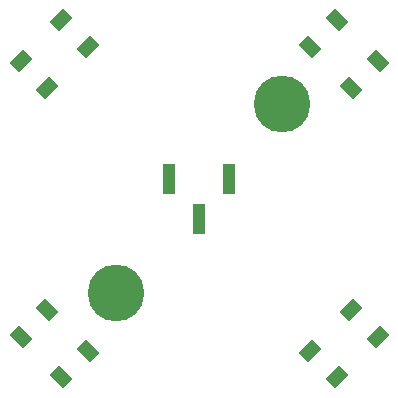
<source format=gbs>
%TF.GenerationSoftware,KiCad,Pcbnew,(6.0.7)*%
%TF.CreationDate,2022-09-30T15:53:47-07:00*%
%TF.ProjectId,companion,636f6d70-616e-4696-9f6e-2e6b69636164,rev?*%
%TF.SameCoordinates,Original*%
%TF.FileFunction,Soldermask,Bot*%
%TF.FilePolarity,Negative*%
%FSLAX46Y46*%
G04 Gerber Fmt 4.6, Leading zero omitted, Abs format (unit mm)*
G04 Created by KiCad (PCBNEW (6.0.7)) date 2022-09-30 15:53:47*
%MOMM*%
%LPD*%
G01*
G04 APERTURE LIST*
G04 Aperture macros list*
%AMRoundRect*
0 Rectangle with rounded corners*
0 $1 Rounding radius*
0 $2 $3 $4 $5 $6 $7 $8 $9 X,Y pos of 4 corners*
0 Add a 4 corners polygon primitive as box body*
4,1,4,$2,$3,$4,$5,$6,$7,$8,$9,$2,$3,0*
0 Add four circle primitives for the rounded corners*
1,1,$1+$1,$2,$3*
1,1,$1+$1,$4,$5*
1,1,$1+$1,$6,$7*
1,1,$1+$1,$8,$9*
0 Add four rect primitives between the rounded corners*
20,1,$1+$1,$2,$3,$4,$5,0*
20,1,$1+$1,$4,$5,$6,$7,0*
20,1,$1+$1,$6,$7,$8,$9,0*
20,1,$1+$1,$8,$9,$2,$3,0*%
G04 Aperture macros list end*
%ADD10C,4.800000*%
%ADD11RoundRect,0.050000X-0.500000X1.255000X-0.500000X-1.255000X0.500000X-1.255000X0.500000X1.255000X0*%
%ADD12RoundRect,0.050000X-0.176777X-0.883883X0.883883X0.176777X0.176777X0.883883X-0.883883X-0.176777X0*%
%ADD13RoundRect,0.050000X0.176777X0.883883X-0.883883X-0.176777X-0.176777X-0.883883X0.883883X0.176777X0*%
%ADD14RoundRect,0.050000X-0.883883X0.176777X0.176777X-0.883883X0.883883X-0.176777X-0.176777X0.883883X0*%
%ADD15RoundRect,0.050000X0.883883X-0.176777X-0.176777X0.883883X-0.883883X0.176777X0.176777X-0.883883X0*%
G04 APERTURE END LIST*
D10*
%TO.C,H2*%
X24425000Y-9425000D03*
%TD*%
%TO.C,H1*%
X10425000Y-25425000D03*
%TD*%
D11*
%TO.C,J5*%
X14885000Y-15770000D03*
X17425000Y-19080000D03*
X19965000Y-15770000D03*
%TD*%
D12*
%TO.C,D7*%
X29073959Y-32538782D03*
X26811218Y-30276041D03*
X30276041Y-26811218D03*
X32538782Y-29073959D03*
%TD*%
D13*
%TO.C,D5*%
X5776041Y-2311218D03*
X8038782Y-4573959D03*
X4573959Y-8038782D03*
X2311218Y-5776041D03*
%TD*%
D14*
%TO.C,D8*%
X2311218Y-29073959D03*
X4573959Y-26811218D03*
X8038782Y-30276041D03*
X5776041Y-32538782D03*
%TD*%
D15*
%TO.C,D6*%
X32538782Y-5776041D03*
X30276041Y-8038782D03*
X26811218Y-4573959D03*
X29073959Y-2311218D03*
%TD*%
M02*

</source>
